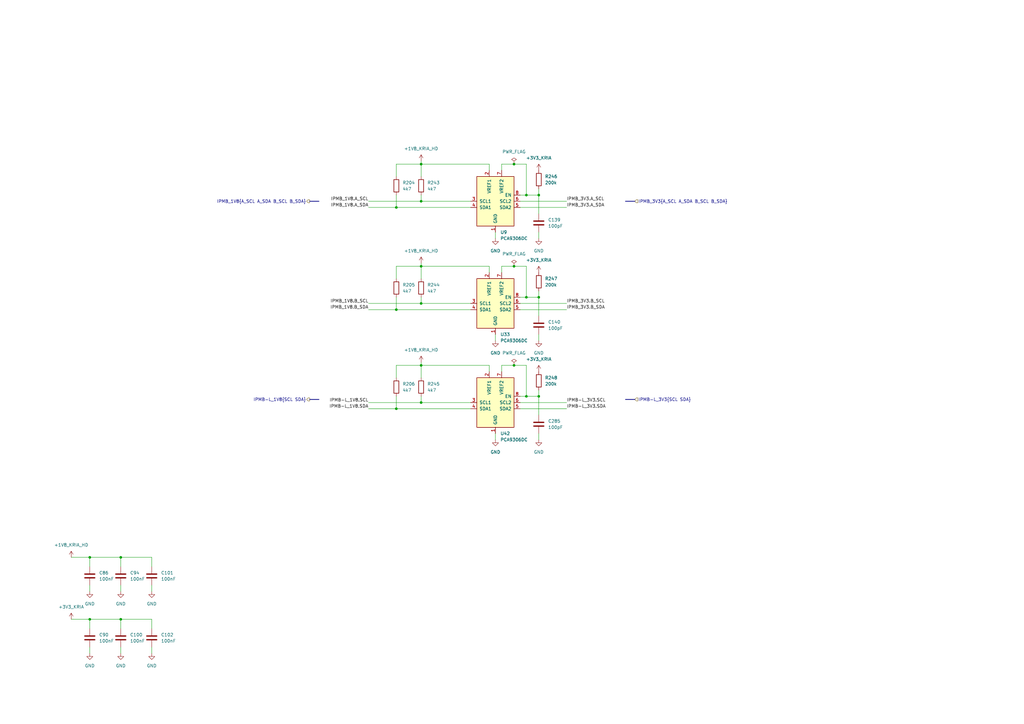
<source format=kicad_sch>
(kicad_sch (version 20211123) (generator eeschema)
  (paper "A3")
  (title_block (title "ATCA Template") (date "2023-01-05") (rev "1.0") (company "Karlsruhe Institute of Technology (KIT)") (comment 1 "Carsten Schmerbeck") (comment 2 "Luis Ardila") (comment 4 "Licensed under CERN-OHL-P v2"))
  (lib_symbols
    (symbol "Device:C" (pin_numbers hide) (pin_names (offset 0.254))
      (property "Reference" "C" (at 0.635 2.54 0))
      (property "Value" "C" (at 0.635 -2.54 0))
      (symbol "C_0_1"
        (polyline (pts (xy -2.032 -0.762) (xy 2.032 -0.762)) (stroke (width 0.508)))
        (polyline (pts (xy -2.032 0.762) (xy 2.032 0.762)) (stroke (width 0.508)))
      )
      (symbol "C_1_1"
        (pin passive line (at 0 3.81 270) (length 2.794) (name "~") (number "1"))
        (pin passive line (at 0 -3.81 90) (length 2.794) (name "~") (number "2"))
      )
    )
    (symbol "Device:R" (pin_numbers hide) (pin_names (offset 0))
      (property "Reference" "R" (at 2.032 0 90))
      (property "Value" "R" (at 0 0 90))
      (symbol "R_0_1"
        (rectangle (start -1.016 -2.54) (end 1.016 2.54) (stroke (width 0.254)))
      )
      (symbol "R_1_1"
        (pin passive line (at 0 3.81 270) (length 1.27) (name "~") (number "1"))
        (pin passive line (at 0 -3.81 90) (length 1.27) (name "~") (number "2"))
      )
    )
    (symbol "Interface:PCA9306DC" (pin_names (offset 1.016))
      (property "Reference" "U" (at -7.62 11.43 0))
      (property "Value" "PCA9306DC" (at 3.81 11.43 0))
      (symbol "PCA9306DC_0_1"
        (rectangle (start -7.62 10.16) (end 7.62 -10.16) (stroke (width 0.254)) (fill (type background)))
      )
      (symbol "PCA9306DC_1_1"
        (pin power_in line (at 0 -12.7 90) (length 2.54) (name "GND") (number "1"))
        (pin power_in line (at -2.54 12.7 270) (length 2.54) (name "VREF1") (number "2"))
        (pin bidirectional line (at -10.16 0 0) (length 2.54) (name "SCL1") (number "3"))
        (pin bidirectional line (at -10.16 -2.54 0) (length 2.54) (name "SDA1") (number "4"))
        (pin bidirectional line (at 10.16 -2.54 180) (length 2.54) (name "SDA2") (number "5"))
        (pin bidirectional line (at 10.16 0 180) (length 2.54) (name "SCL2") (number "6"))
        (pin power_in line (at 2.54 12.7 270) (length 2.54) (name "VREF2") (number "7"))
        (pin input line (at 10.16 2.54 180) (length 2.54) (name "EN") (number "8"))
      )
    )
    (symbol "KIT_Power:+1V8_KRIA_HD" (power) (pin_names (offset 0))
      (property "Value" "+1V8_KRIA_HD" (at 0 3.556 0))
      (symbol "+1V8_KRIA_HD_0_1"
        (polyline (pts (xy -0.762 1.27) (xy 0 2.54)))
        (polyline (pts (xy 0 0) (xy 0 2.54)))
        (polyline (pts (xy 0 2.54) (xy 0.762 1.27)))
      )
      (symbol "+1V8_KRIA_HD_1_1"
        (pin power_in line (at 0 0 90) (length 0) hide (name "+1V8_KRIA_HD") (number "1"))
      )
    )
    (symbol "KIT_Power:+3V3_KRIA" (power) (pin_names (offset 0))
      (property "Value" "+3V3_KRIA" (at 0 3.556 0))
      (symbol "+3V3_KRIA_0_1"
        (polyline (pts (xy -0.762 1.27) (xy 0 2.54)))
        (polyline (pts (xy 0 0) (xy 0 2.54)))
        (polyline (pts (xy 0 2.54) (xy 0.762 1.27)))
      )
      (symbol "+3V3_KRIA_1_1"
        (pin power_in line (at 0 0 90) (length 0) hide (name "+3V3_KRIA") (number "1"))
      )
    )
    (symbol "power:GND" (power) (pin_names (offset 0))
      (property "Value" "GND" (at 0 -3.81 0))
      (symbol "GND_0_1"
        (polyline (pts (xy 0 0) (xy 0 -1.27) (xy 1.27 -1.27) (xy 0 -2.54) (xy -1.27 -1.27) (xy 0 -1.27)))
      )
      (symbol "GND_1_1"
        (pin power_in line (at 0 0 270) (length 0) hide (name "GND") (number "1"))
      )
    )
    (symbol "power:PWR_FLAG" (power) (pin_numbers hide) (pin_names (offset 0) hide)
      (property "Value" "PWR_FLAG" (at 0 3.81 0))
      (symbol "PWR_FLAG_0_0"
        (pin power_out line (at 0 0 90) (length 0) (name "pwr") (number "1"))
      )
      (symbol "PWR_FLAG_0_1"
        (polyline (pts (xy 0 0) (xy 0 1.27) (xy -1.016 1.905) (xy 0 2.54) (xy 1.016 1.905) (xy 0 1.27)))
      )
    )
  )
  (junction (at 210.82 109.22))
  (junction (at 172.72 124.46))
  (junction (at 172.72 149.86))
  (junction (at 215.9 162.56))
  (junction (at 162.56 85.09))
  (junction (at 162.56 127))
  (junction (at 162.56 167.64))
  (junction (at 172.72 67.31))
  (junction (at 215.9 121.92))
  (junction (at 220.98 162.56))
  (junction (at 210.82 149.86))
  (junction (at 36.83 254))
  (junction (at 220.98 121.92))
  (junction (at 172.72 109.22))
  (junction (at 215.9 80.01))
  (junction (at 49.53 228.6))
  (junction (at 220.98 80.01))
  (junction (at 172.72 165.1))
  (junction (at 172.72 82.55))
  (junction (at 36.83 228.6))
  (junction (at 49.53 254))
  (junction (at 210.82 67.31))
  (wire (pts (xy 172.72 66.04) (xy 172.72 67.31)))
  (wire (pts (xy 49.53 240.03) (xy 49.53 242.57)))
  (wire (pts (xy 220.98 77.47) (xy 220.98 80.01)))
  (wire (pts (xy 213.36 167.64) (xy 232.41 167.64)))
  (wire (pts (xy 220.98 162.56) (xy 220.98 170.18)))
  (wire (pts (xy 220.98 121.92) (xy 220.98 129.54)))
  (wire (pts (xy 213.36 124.46) (xy 232.41 124.46)))
  (wire (pts (xy 172.72 165.1) (xy 193.04 165.1)))
  (wire (pts (xy 172.72 124.46) (xy 193.04 124.46)))
  (wire (pts (xy 213.36 85.09) (xy 232.41 85.09)))
  (wire (pts (xy 162.56 149.86) (xy 162.56 154.94)))
  (wire (pts (xy 172.72 109.22) (xy 172.72 114.3)))
  (wire (pts (xy 49.53 254) (xy 62.23 254)))
  (wire (pts (xy 220.98 177.8) (xy 220.98 180.34)))
  (wire (pts (xy 203.2 137.16) (xy 203.2 139.7)))
  (bus (pts (xy 260.35 82.55) (xy 256.54 82.55)))
  (wire (pts (xy 162.56 80.01) (xy 162.56 85.09)))
  (bus (pts (xy 127 163.83) (xy 130.81 163.83)))
  (wire (pts (xy 172.72 149.86) (xy 200.66 149.86)))
  (wire (pts (xy 213.36 82.55) (xy 232.41 82.55)))
  (wire (pts (xy 62.23 240.03) (xy 62.23 242.57)))
  (wire (pts (xy 205.74 111.76) (xy 205.74 109.22)))
  (wire (pts (xy 29.21 254) (xy 36.83 254)))
  (wire (pts (xy 213.36 127) (xy 232.41 127)))
  (wire (pts (xy 172.72 107.95) (xy 172.72 109.22)))
  (wire (pts (xy 162.56 109.22) (xy 162.56 114.3)))
  (wire (pts (xy 162.56 121.92) (xy 162.56 127)))
  (wire (pts (xy 151.13 124.46) (xy 172.72 124.46)))
  (wire (pts (xy 205.74 109.22) (xy 210.82 109.22)))
  (wire (pts (xy 36.83 254) (xy 49.53 254)))
  (wire (pts (xy 151.13 127) (xy 162.56 127)))
  (wire (pts (xy 172.72 162.56) (xy 172.72 165.1)))
  (wire (pts (xy 29.21 228.6) (xy 36.83 228.6)))
  (wire (pts (xy 200.66 67.31) (xy 200.66 69.85)))
  (wire (pts (xy 36.83 228.6) (xy 49.53 228.6)))
  (wire (pts (xy 210.82 149.86) (xy 215.9 149.86)))
  (wire (pts (xy 213.36 121.92) (xy 215.9 121.92)))
  (wire (pts (xy 162.56 67.31) (xy 172.72 67.31)))
  (wire (pts (xy 162.56 109.22) (xy 172.72 109.22)))
  (wire (pts (xy 62.23 265.43) (xy 62.23 267.97)))
  (wire (pts (xy 151.13 82.55) (xy 172.72 82.55)))
  (wire (pts (xy 220.98 121.92) (xy 215.9 121.92)))
  (wire (pts (xy 213.36 80.01) (xy 215.9 80.01)))
  (wire (pts (xy 220.98 162.56) (xy 215.9 162.56)))
  (wire (pts (xy 215.9 80.01) (xy 215.9 67.31)))
  (wire (pts (xy 172.72 148.59) (xy 172.72 149.86)))
  (wire (pts (xy 200.66 109.22) (xy 200.66 111.76)))
  (wire (pts (xy 172.72 80.01) (xy 172.72 82.55)))
  (bus (pts (xy 260.35 163.83) (xy 256.54 163.83)))
  (wire (pts (xy 172.72 121.92) (xy 172.72 124.46)))
  (wire (pts (xy 36.83 254) (xy 36.83 257.81)))
  (wire (pts (xy 162.56 162.56) (xy 162.56 167.64)))
  (wire (pts (xy 162.56 127) (xy 193.04 127)))
  (wire (pts (xy 220.98 80.01) (xy 215.9 80.01)))
  (wire (pts (xy 151.13 85.09) (xy 162.56 85.09)))
  (wire (pts (xy 220.98 80.01) (xy 220.98 87.63)))
  (bus (pts (xy 127 82.55) (xy 130.81 82.55)))
  (wire (pts (xy 49.53 254) (xy 49.53 257.81)))
  (wire (pts (xy 205.74 67.31) (xy 210.82 67.31)))
  (wire (pts (xy 203.2 95.25) (xy 203.2 97.79)))
  (wire (pts (xy 62.23 228.6) (xy 62.23 232.41)))
  (wire (pts (xy 200.66 149.86) (xy 200.66 152.4)))
  (wire (pts (xy 162.56 167.64) (xy 193.04 167.64)))
  (wire (pts (xy 162.56 149.86) (xy 172.72 149.86)))
  (wire (pts (xy 49.53 228.6) (xy 49.53 232.41)))
  (wire (pts (xy 172.72 67.31) (xy 172.72 72.39)))
  (wire (pts (xy 220.98 160.02) (xy 220.98 162.56)))
  (wire (pts (xy 162.56 67.31) (xy 162.56 72.39)))
  (wire (pts (xy 151.13 167.64) (xy 162.56 167.64)))
  (wire (pts (xy 205.74 69.85) (xy 205.74 67.31)))
  (wire (pts (xy 49.53 228.6) (xy 62.23 228.6)))
  (wire (pts (xy 172.72 109.22) (xy 200.66 109.22)))
  (wire (pts (xy 203.2 177.8) (xy 203.2 180.34)))
  (wire (pts (xy 220.98 137.16) (xy 220.98 139.7)))
  (wire (pts (xy 220.98 95.25) (xy 220.98 97.79)))
  (wire (pts (xy 172.72 67.31) (xy 200.66 67.31)))
  (wire (pts (xy 210.82 67.31) (xy 215.9 67.31)))
  (wire (pts (xy 62.23 254) (xy 62.23 257.81)))
  (wire (pts (xy 36.83 265.43) (xy 36.83 267.97)))
  (wire (pts (xy 36.83 240.03) (xy 36.83 242.57)))
  (wire (pts (xy 151.13 165.1) (xy 172.72 165.1)))
  (wire (pts (xy 213.36 162.56) (xy 215.9 162.56)))
  (wire (pts (xy 220.98 119.38) (xy 220.98 121.92)))
  (wire (pts (xy 205.74 152.4) (xy 205.74 149.86)))
  (wire (pts (xy 172.72 149.86) (xy 172.72 154.94)))
  (wire (pts (xy 215.9 162.56) (xy 215.9 149.86)))
  (wire (pts (xy 172.72 82.55) (xy 193.04 82.55)))
  (wire (pts (xy 215.9 121.92) (xy 215.9 109.22)))
  (wire (pts (xy 36.83 228.6) (xy 36.83 232.41)))
  (wire (pts (xy 162.56 85.09) (xy 193.04 85.09)))
  (wire (pts (xy 205.74 149.86) (xy 210.82 149.86)))
  (wire (pts (xy 49.53 265.43) (xy 49.53 267.97)))
  (wire (pts (xy 210.82 109.22) (xy 215.9 109.22)))
  (wire (pts (xy 213.36 165.1) (xy 232.41 165.1)))
  (label "IPMB_3V3.A_SCL" (at 232.41 82.55 0))
  (label "IPMB_3V3.A_SDA" (at 232.41 85.09 0))
  (label "IPMB-L_3V3.SCL" (at 232.41 165.1 0))
  (label "IPMB_1V8.A_SCL" (at 151.13 82.55 180))
  (label "IPMB_3V3.B_SDA" (at 232.41 127 0))
  (label "IPMB-L_1V8.SCL" (at 151.13 165.1 180))
  (label "IPMB-L_3V3.SDA" (at 232.41 167.64 0))
  (label "IPMB-L_1V8.SDA" (at 151.13 167.64 180))
  (label "IPMB_1V8.A_SDA" (at 151.13 85.09 180))
  (label "IPMB_1V8.B_SCL" (at 151.13 124.46 180))
  (label "IPMB_3V3.B_SCL" (at 232.41 124.46 0))
  (label "IPMB_1V8.B_SDA" (at 151.13 127 180))
  (hierarchical_label "IPMB_3V3{A_SCL A_SDA B_SCL B_SDA}" (shape input) (at 260.35 82.55 0))
  (hierarchical_label "IPMB-L_3V3{SCL SDA}" (shape input) (at 260.35 163.83 0))
  (hierarchical_label "IPMB-L_1V8{SCL SDA}" (shape output) (at 127 163.83 180))
  (hierarchical_label "IPMB_1V8{A_SCL A_SDA B_SCL B_SDA}" (shape output) (at 127 82.55 180))
  (symbol (lib_id "Device:C") (at 36.83 236.22 0) (unit 1)
    (property "Reference" "C86" (at 40.64 234.9499 0) (effects (justify left)))
    (property "Value" "100nF" (at 40.64 237.4899 0) (effects (justify left)))
    (property "Footprint" "Capacitor_SMD:C_0402_1005Metric" (effects hide))
    (property "stock" "AVT-IPE" (effects hide))
    (property "voltage" "16 V" (effects hide))
  )
  (symbol (lib_id "KIT_Power:+1V8_KRIA_HD") (at 29.21 228.6 0) (unit 1)
    (property "Reference" "#PWR0423" (effects hide))
    (property "Value" "+1V8_KRIA_HD" (at 29.21 223.52 0))
  )
  (symbol (lib_id "KIT_Power:+3V3_KRIA") (at 29.21 254 0) (unit 1)
    (property "Reference" "#PWR0418" (effects hide))
    (property "Value" "+3V3_KRIA" (at 29.21 248.92 0))
  )
  (symbol (lib_id "Device:R") (at 172.72 118.11 0) (unit 1)
    (property "Reference" "R244" (at 175.26 116.8399 0) (effects (justify left)))
    (property "Value" "4k7" (at 175.26 119.3799 0) (effects (justify left)))
    (property "Footprint" "Resistor_SMD:R_0402_1005Metric" (effects hide))
    (property "digikey#" "A129635CT-ND" (effects hide))
    (property "manf" "TE" (effects hide))
    (property "manf#" "CRGCQ0402F4K7" (effects hide))
    (property "stock" "AVT-IPE" (effects hide))
  )
  (symbol (lib_id "Interface:PCA9306DC") (at 203.2 165.1 0) (unit 1)
    (property "Reference" "U42" (at 205.2194 177.8 0) (effects (justify left)))
    (property "Value" "PCA9306DC" (at 205.2194 180.34 0) (effects (justify left)))
    (property "Footprint" "Package_SO:VSSOP-8_2.3x2mm_P0.5mm" (effects hide))
    (property "Datasheet" "https://www.nxp.com/docs/en/data-sheet/PCA9306.pdf" (effects hide))
    (property "digikey#" "296-46174-1-ND" (effects hide))
    (property "manf" "Texas Instruments" (effects hide))
    (property "manf#" "PCA9306DCURG4" (effects hide))
  )
  (symbol (lib_id "Device:C") (at 62.23 236.22 0) (unit 1)
    (property "Reference" "C101" (at 66.04 234.9499 0) (effects (justify left)))
    (property "Value" "100nF" (at 66.04 237.4899 0) (effects (justify left)))
    (property "Footprint" "Capacitor_SMD:C_0402_1005Metric" (effects hide))
    (property "stock" "AVT-IPE" (effects hide))
    (property "voltage" "16 V" (effects hide))
  )
  (symbol (lib_id "Device:C") (at 49.53 261.62 0) (unit 1)
    (property "Reference" "C100" (at 53.34 260.3499 0) (effects (justify left)))
    (property "Value" "100nF" (at 53.34 262.8899 0) (effects (justify left)))
    (property "Footprint" "Capacitor_SMD:C_0402_1005Metric" (effects hide))
    (property "stock" "AVT-IPE" (effects hide))
    (property "voltage" "16 V" (effects hide))
  )
  (symbol (lib_id "Device:C") (at 62.23 261.62 0) (unit 1)
    (property "Reference" "C102" (at 66.04 260.3499 0) (effects (justify left)))
    (property "Value" "100nF" (at 66.04 262.8899 0) (effects (justify left)))
    (property "Footprint" "Capacitor_SMD:C_0402_1005Metric" (effects hide))
    (property "stock" "AVT-IPE" (effects hide))
    (property "voltage" "16 V" (effects hide))
  )
  (symbol (lib_id "power:GND") (at 220.98 139.7 0) (unit 1)
    (property "Reference" "#PWR0648" (effects hide))
    (property "Value" "GND" (at 220.98 144.78 0))
  )
  (symbol (lib_id "power:GND") (at 220.98 97.79 0) (unit 1)
    (property "Reference" "#PWR0773" (effects hide))
    (property "Value" "GND" (at 220.98 102.87 0))
  )
  (symbol (lib_id "power:GND") (at 36.83 267.97 0) (unit 1)
    (property "Reference" "#PWR0430" (effects hide))
    (property "Value" "GND" (at 36.83 273.05 0))
  )
  (symbol (lib_id "power:GND") (at 220.98 180.34 0) (unit 1)
    (property "Reference" "#PWR0509" (effects hide))
    (property "Value" "GND" (at 220.98 185.42 0))
  )
  (symbol (lib_id "power:PWR_FLAG") (at 210.82 149.86 0) (unit 1)
    (property "Reference" "#FLG0111" (effects hide))
    (property "Value" "PWR_FLAG" (at 210.82 144.78 0))
  )
  (symbol (lib_id "Device:C") (at 220.98 173.99 0) (unit 1)
    (property "Reference" "C285" (at 224.79 172.7199 0) (effects (justify left)))
    (property "Value" "100pF" (at 224.79 175.2599 0) (effects (justify left)))
    (property "Footprint" "Capacitor_SMD:C_0402_1005Metric" (effects hide))
    (property "stock" "AVT-IPE" (effects hide))
  )
  (symbol (lib_id "Device:C") (at 220.98 133.35 0) (unit 1)
    (property "Reference" "C140" (at 224.79 132.0799 0) (effects (justify left)))
    (property "Value" "100pF" (at 224.79 134.6199 0) (effects (justify left)))
    (property "Footprint" "Capacitor_SMD:C_0402_1005Metric" (effects hide))
    (property "stock" "AVT-IPE" (effects hide))
  )
  (symbol (lib_id "KIT_Power:+1V8_KRIA_HD") (at 172.72 66.04 0) (unit 1)
    (property "Reference" "#PWR0770" (effects hide))
    (property "Value" "+1V8_KRIA_HD" (at 172.72 60.96 0))
  )
  (symbol (lib_id "Device:C") (at 49.53 236.22 0) (unit 1)
    (property "Reference" "C94" (at 53.34 234.9499 0) (effects (justify left)))
    (property "Value" "100nF" (at 53.34 237.4899 0) (effects (justify left)))
    (property "Footprint" "Capacitor_SMD:C_0402_1005Metric" (effects hide))
    (property "stock" "AVT-IPE" (effects hide))
    (property "voltage" "16 V" (effects hide))
  )
  (symbol (lib_id "Device:R") (at 162.56 118.11 0) (unit 1)
    (property "Reference" "R205" (at 165.1 116.8399 0) (effects (justify left)))
    (property "Value" "4k7" (at 165.1 119.3799 0) (effects (justify left)))
    (property "Footprint" "Resistor_SMD:R_0402_1005Metric" (effects hide))
    (property "digikey#" "A129635CT-ND" (effects hide))
    (property "manf" "TE" (effects hide))
    (property "manf#" "CRGCQ0402F4K7" (effects hide))
    (property "stock" "AVT-IPE" (effects hide))
  )
  (symbol (lib_id "power:GND") (at 36.83 242.57 0) (unit 1)
    (property "Reference" "#PWR0422" (effects hide))
    (property "Value" "GND" (at 36.83 247.65 0))
  )
  (symbol (lib_id "power:GND") (at 203.2 97.79 0) (unit 1)
    (property "Reference" "#PWR0769" (effects hide))
    (property "Value" "GND" (at 203.2 102.87 0))
  )
  (symbol (lib_id "Device:R") (at 220.98 115.57 0) (unit 1)
    (property "Reference" "R247" (at 223.52 114.2999 0) (effects (justify left)))
    (property "Value" "200k" (at 223.52 116.8399 0) (effects (justify left)))
    (property "Footprint" "Resistor_SMD:R_0402_1005Metric" (effects hide))
    (property "digikey#" "RMCF0402FT200KCT-ND" (effects hide))
    (property "manf" "Stackpole Electronics Inc" (effects hide))
    (property "manf#" "RMCF0402FT200K" (effects hide))
    (property "stock" "AVT-IPE" (effects hide))
  )
  (symbol (lib_id "Device:R") (at 172.72 76.2 0) (unit 1)
    (property "Reference" "R243" (at 175.26 74.9299 0) (effects (justify left)))
    (property "Value" "4k7" (at 175.26 77.4699 0) (effects (justify left)))
    (property "Footprint" "Resistor_SMD:R_0402_1005Metric" (effects hide))
    (property "digikey#" "A129635CT-ND" (effects hide))
    (property "manf" "TE" (effects hide))
    (property "manf#" "CRGCQ0402F4K7" (effects hide))
    (property "stock" "AVT-IPE" (effects hide))
  )
  (symbol (lib_id "KIT_Power:+3V3_KRIA") (at 220.98 111.76 0) (unit 1)
    (property "Reference" "#PWR0774" (effects hide))
    (property "Value" "+3V3_KRIA" (at 220.98 106.68 0))
  )
  (symbol (lib_id "Device:C") (at 220.98 91.44 0) (unit 1)
    (property "Reference" "C139" (at 224.79 90.1699 0) (effects (justify left)))
    (property "Value" "100pF" (at 224.79 92.7099 0) (effects (justify left)))
    (property "Footprint" "Capacitor_SMD:C_0402_1005Metric" (effects hide))
    (property "stock" "AVT-IPE" (effects hide))
  )
  (symbol (lib_id "power:GND") (at 49.53 267.97 0) (unit 1)
    (property "Reference" "#PWR0426" (effects hide))
    (property "Value" "GND" (at 49.53 273.05 0))
  )
  (symbol (lib_id "Interface:PCA9306DC") (at 203.2 82.55 0) (unit 1)
    (property "Reference" "U9" (at 205.2194 95.25 0) (effects (justify left)))
    (property "Value" "PCA9306DC" (at 205.2194 97.79 0) (effects (justify left)))
    (property "Footprint" "Package_SO:VSSOP-8_2.3x2mm_P0.5mm" (effects hide))
    (property "Datasheet" "https://www.nxp.com/docs/en/data-sheet/PCA9306.pdf" (effects hide))
    (property "digikey#" "296-46174-1-ND" (effects hide))
    (property "manf" "Texas Instruments" (effects hide))
    (property "manf#" "PCA9306DCURG4" (effects hide))
  )
  (symbol (lib_id "Device:R") (at 162.56 158.75 0) (unit 1)
    (property "Reference" "R206" (at 165.1 157.4799 0) (effects (justify left)))
    (property "Value" "4k7" (at 165.1 160.0199 0) (effects (justify left)))
    (property "Footprint" "Resistor_SMD:R_0402_1005Metric" (effects hide))
    (property "digikey#" "A129635CT-ND" (effects hide))
    (property "manf" "TE" (effects hide))
    (property "manf#" "CRGCQ0402F4K7" (effects hide))
    (property "stock" "AVT-IPE" (effects hide))
  )
  (symbol (lib_id "Device:R") (at 220.98 156.21 0) (unit 1)
    (property "Reference" "R248" (at 223.52 154.9399 0) (effects (justify left)))
    (property "Value" "200k" (at 223.52 157.4799 0) (effects (justify left)))
    (property "Footprint" "Resistor_SMD:R_0402_1005Metric" (effects hide))
    (property "digikey#" "RMCF0402FT200KCT-ND" (effects hide))
    (property "manf" "Stackpole Electronics Inc" (effects hide))
    (property "manf#" "RMCF0402FT200K" (effects hide))
    (property "stock" "AVT-IPE" (effects hide))
  )
  (symbol (lib_id "KIT_Power:+1V8_KRIA_HD") (at 172.72 107.95 0) (unit 1)
    (property "Reference" "#PWR0768" (effects hide))
    (property "Value" "+1V8_KRIA_HD" (at 172.72 102.87 0))
  )
  (symbol (lib_id "Device:R") (at 220.98 73.66 0) (unit 1)
    (property "Reference" "R246" (at 223.52 72.3899 0) (effects (justify left)))
    (property "Value" "200k" (at 223.52 74.9299 0) (effects (justify left)))
    (property "Footprint" "Resistor_SMD:R_0402_1005Metric" (effects hide))
    (property "digikey#" "RMCF0402FT200KCT-ND" (effects hide))
    (property "manf" "Stackpole Electronics Inc" (effects hide))
    (property "manf#" "RMCF0402FT200K" (effects hide))
    (property "stock" "AVT-IPE" (effects hide))
  )
  (symbol (lib_id "power:GND") (at 62.23 242.57 0) (unit 1)
    (property "Reference" "#PWR0506" (effects hide))
    (property "Value" "GND" (at 62.23 247.65 0))
  )
  (symbol (lib_id "power:GND") (at 203.2 180.34 0) (unit 1)
    (property "Reference" "#PWR0510" (effects hide))
    (property "Value" "GND" (at 203.2 185.42 0))
  )
  (symbol (lib_id "power:PWR_FLAG") (at 210.82 109.22 0) (unit 1)
    (property "Reference" "#FLG0112" (effects hide))
    (property "Value" "PWR_FLAG" (at 210.82 104.14 0))
  )
  (symbol (lib_id "power:GND") (at 203.2 139.7 0) (unit 1)
    (property "Reference" "#PWR0647" (effects hide))
    (property "Value" "GND" (at 203.2 144.78 0))
  )
  (symbol (lib_id "Device:R") (at 172.72 158.75 0) (unit 1)
    (property "Reference" "R245" (at 175.26 157.4799 0) (effects (justify left)))
    (property "Value" "4k7" (at 175.26 160.0199 0) (effects (justify left)))
    (property "Footprint" "Resistor_SMD:R_0402_1005Metric" (effects hide))
    (property "digikey#" "A129635CT-ND" (effects hide))
    (property "manf" "TE" (effects hide))
    (property "manf#" "CRGCQ0402F4K7" (effects hide))
    (property "stock" "AVT-IPE" (effects hide))
  )
  (symbol (lib_id "KIT_Power:+3V3_KRIA") (at 220.98 152.4 0) (unit 1)
    (property "Reference" "#PWR0767" (effects hide))
    (property "Value" "+3V3_KRIA" (at 220.98 147.32 0))
  )
  (symbol (lib_id "KIT_Power:+3V3_KRIA") (at 220.98 69.85 0) (unit 1)
    (property "Reference" "#PWR0772" (effects hide))
    (property "Value" "+3V3_KRIA" (at 220.98 64.77 0))
  )
  (symbol (lib_id "power:PWR_FLAG") (at 210.82 67.31 0) (unit 1)
    (property "Reference" "#FLG0113" (effects hide))
    (property "Value" "PWR_FLAG" (at 210.82 62.23 0))
  )
  (symbol (lib_id "power:GND") (at 62.23 267.97 0) (unit 1)
    (property "Reference" "#PWR0427" (effects hide))
    (property "Value" "GND" (at 62.23 273.05 0))
  )
  (symbol (lib_id "power:GND") (at 49.53 242.57 0) (unit 1)
    (property "Reference" "#PWR0431" (effects hide))
    (property "Value" "GND" (at 49.53 247.65 0))
  )
  (symbol (lib_id "Interface:PCA9306DC") (at 203.2 124.46 0) (unit 1)
    (property "Reference" "U33" (at 205.2194 137.16 0) (effects (justify left)))
    (property "Value" "PCA9306DC" (at 205.2194 139.7 0) (effects (justify left)))
    (property "Footprint" "Package_SO:VSSOP-8_2.3x2mm_P0.5mm" (effects hide))
    (property "Datasheet" "https://www.nxp.com/docs/en/data-sheet/PCA9306.pdf" (effects hide))
    (property "digikey#" "296-46174-1-ND" (effects hide))
    (property "manf" "Texas Instruments" (effects hide))
    (property "manf#" "PCA9306DCURG4" (effects hide))
  )
  (symbol (lib_id "KIT_Power:+1V8_KRIA_HD") (at 172.72 148.59 0) (unit 1)
    (property "Reference" "#PWR0771" (effects hide))
    (property "Value" "+1V8_KRIA_HD" (at 172.72 143.51 0))
  )
  (symbol (lib_id "Device:C") (at 36.83 261.62 0) (unit 1)
    (property "Reference" "C90" (at 40.64 260.3499 0) (effects (justify left)))
    (property "Value" "100nF" (at 40.64 262.8899 0) (effects (justify left)))
    (property "Footprint" "Capacitor_SMD:C_0402_1005Metric" (effects hide))
    (property "stock" "AVT-IPE" (effects hide))
    (property "voltage" "16 V" (effects hide))
  )
  (symbol (lib_id "Device:R") (at 162.56 76.2 0) (unit 1)
    (property "Reference" "R204" (at 165.1 74.9299 0) (effects (justify left)))
    (property "Value" "4k7" (at 165.1 77.4699 0) (effects (justify left)))
    (property "Footprint" "Resistor_SMD:R_0402_1005Metric" (effects hide))
    (property "digikey#" "A129635CT-ND" (effects hide))
    (property "manf" "TE" (effects hide))
    (property "manf#" "CRGCQ0402F4K7" (effects hide))
    (property "stock" "AVT-IPE" (effects hide))
  )
)
</source>
